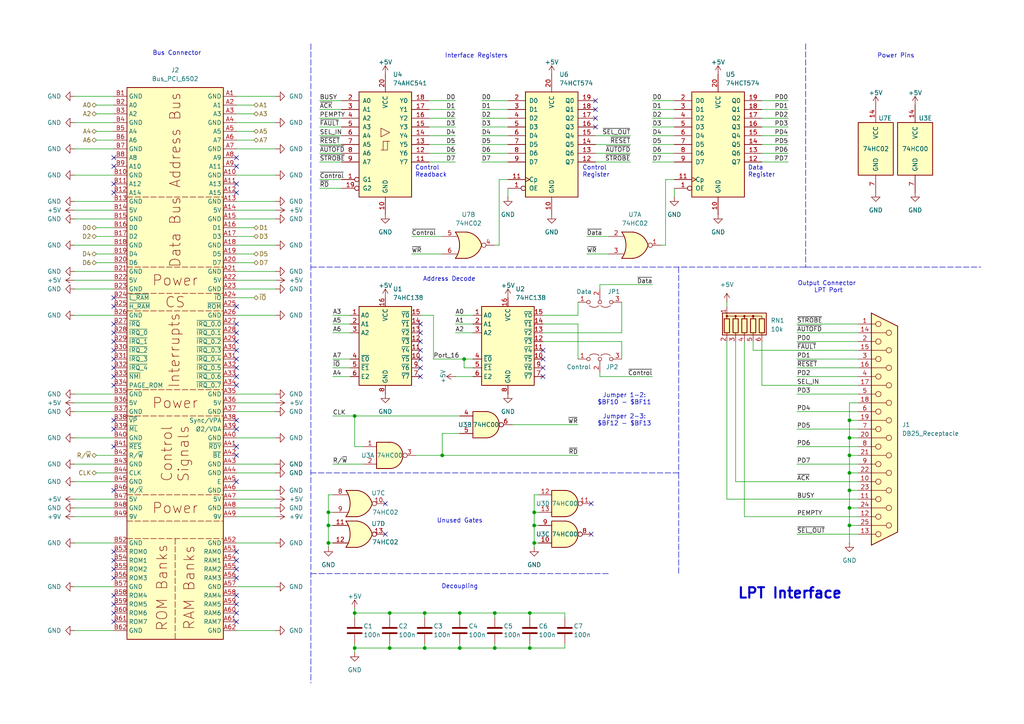
<source format=kicad_sch>
(kicad_sch (version 20231120) (generator "eeschema") (generator_version "8.0")
  (paper "A4")
  (title_block (title "S65xx Computer System") (date "2024-06-30") (rev "1.0") (company "Synthron"))
  (junction (at 123.19 177.8))
  (junction (at 246.38 152.4))
  (junction (at 123.19 187.96))
  (junction (at 153.67 177.8))
  (junction (at 102.87 120.65))
  (junction (at 95.25 148.59))
  (junction (at 143.51 187.96))
  (junction (at 113.03 187.96))
  (junction (at 153.67 187.96))
  (junction (at 102.87 177.8))
  (junction (at 246.38 121.92))
  (junction (at 154.94 152.4))
  (junction (at 154.94 157.48))
  (junction (at 246.38 137.16))
  (junction (at 246.38 132.08))
  (junction (at 113.03 177.8))
  (junction (at 128.27 132.08))
  (junction (at 246.38 142.24))
  (junction (at 134.62 104.14))
  (junction (at 133.35 177.8))
  (junction (at 246.38 127))
  (junction (at 246.38 147.32))
  (junction (at 154.94 148.59))
  (junction (at 143.51 177.8))
  (junction (at 102.87 187.96))
  (junction (at 133.35 187.96))
  (junction (at 95.25 157.48))
  (junction (at 95.25 152.4))
  (no_connect (at 68.58 93.98))
  (no_connect (at 33.02 101.6))
  (no_connect (at 33.02 129.54))
  (no_connect (at 33.02 86.36))
  (no_connect (at 68.58 48.26))
  (no_connect (at 33.02 96.52))
  (no_connect (at 68.58 175.26))
  (no_connect (at 33.02 93.98))
  (no_connect (at 172.72 29.21))
  (no_connect (at 68.58 132.08))
  (no_connect (at 68.58 160.02))
  (no_connect (at 33.02 162.56))
  (no_connect (at 111.76 146.05))
  (no_connect (at 68.58 167.64))
  (no_connect (at 68.58 109.22))
  (no_connect (at 171.45 154.94))
  (no_connect (at 68.58 55.88))
  (no_connect (at 157.48 104.14))
  (no_connect (at 68.58 162.56))
  (no_connect (at 172.72 34.29))
  (no_connect (at 68.58 101.6))
  (no_connect (at 171.45 146.05))
  (no_connect (at 33.02 53.34))
  (no_connect (at 172.72 31.75))
  (no_connect (at 33.02 48.26))
  (no_connect (at 172.72 36.83))
  (no_connect (at 33.02 111.76))
  (no_connect (at 33.02 165.1))
  (no_connect (at 68.58 165.1))
  (no_connect (at 68.58 124.46))
  (no_connect (at 157.48 101.6))
  (no_connect (at 33.02 106.68))
  (no_connect (at 68.58 45.72))
  (no_connect (at 33.02 99.06))
  (no_connect (at 33.02 88.9))
  (no_connect (at 68.58 177.8))
  (no_connect (at 121.92 99.06))
  (no_connect (at 33.02 177.8))
  (no_connect (at 121.92 101.6))
  (no_connect (at 33.02 121.92))
  (no_connect (at 33.02 180.34))
  (no_connect (at 68.58 139.7))
  (no_connect (at 33.02 109.22))
  (no_connect (at 68.58 106.68))
  (no_connect (at 68.58 88.9))
  (no_connect (at 68.58 53.34))
  (no_connect (at 33.02 142.24))
  (no_connect (at 68.58 180.34))
  (no_connect (at 68.58 129.54))
  (no_connect (at 121.92 104.14))
  (no_connect (at 157.48 109.22))
  (no_connect (at 68.58 104.14))
  (no_connect (at 33.02 55.88))
  (no_connect (at 111.76 154.94))
  (no_connect (at 121.92 96.52))
  (no_connect (at 121.92 93.98))
  (no_connect (at 68.58 111.76))
  (no_connect (at 33.02 124.46))
  (no_connect (at 33.02 172.72))
  (no_connect (at 68.58 121.92))
  (no_connect (at 33.02 175.26))
  (no_connect (at 121.92 109.22))
  (no_connect (at 33.02 45.72))
  (no_connect (at 33.02 104.14))
  (no_connect (at 68.58 172.72))
  (no_connect (at 33.02 167.64))
  (no_connect (at 33.02 160.02))
  (no_connect (at 121.92 106.68))
  (no_connect (at 68.58 96.52))
  (no_connect (at 68.58 99.06))
  (no_connect (at 157.48 106.68))
  (wire (pts (xy 231.14 106.68) (xy 248.92 106.68)))
  (wire (pts (xy 163.83 179.07) (xy 163.83 177.8)))
  (wire (pts (xy 154.94 152.4) (xy 154.94 148.59)))
  (wire (pts (xy 215.9 149.86) (xy 215.9 99.06)))
  (wire (pts (xy 189.23 34.29) (xy 195.58 34.29)))
  (wire (pts (xy 154.94 157.48) (xy 154.94 152.4)))
  (wire (pts (xy 21.59 60.96) (xy 33.02 60.96)))
  (wire (pts (xy 163.83 187.96) (xy 153.67 187.96)))
  (wire (pts (xy 73.66 76.2) (xy 68.58 76.2)))
  (wire (pts (xy 92.71 54.61) (xy 99.06 54.61)))
  (wire (pts (xy 189.23 36.83) (xy 195.58 36.83)))
  (wire (pts (xy 231.14 129.54) (xy 248.92 129.54)))
  (wire (pts (xy 246.38 142.24) (xy 246.38 147.32)))
  (wire (pts (xy 246.38 132.08) (xy 248.92 132.08)))
  (wire (pts (xy 80.01 157.48) (xy 68.58 157.48)))
  (wire (pts (xy 133.35 177.8) (xy 133.35 179.07)))
  (wire (pts (xy 102.87 129.54) (xy 102.87 120.65)))
  (wire (pts (xy 167.64 91.44) (xy 167.64 87.63)))
  (wire (pts (xy 80.01 71.12) (xy 68.58 71.12)))
  (wire (pts (xy 21.59 81.28) (xy 33.02 81.28)))
  (wire (pts (xy 95.25 148.59) (xy 95.25 143.51)))
  (wire (pts (xy 96.52 120.65) (xy 102.87 120.65)))
  (wire (pts (xy 125.73 91.44) (xy 125.73 104.14)))
  (wire (pts (xy 246.38 152.4) (xy 246.38 157.48)))
  (wire (pts (xy 170.18 73.66) (xy 176.53 73.66)))
  (wire (pts (xy 231.14 114.3) (xy 248.92 114.3)))
  (wire (pts (xy 21.59 78.74) (xy 33.02 78.74)))
  (wire (pts (xy 21.59 119.38) (xy 33.02 119.38)))
  (wire (pts (xy 92.71 52.07) (xy 99.06 52.07)))
  (wire (pts (xy 128.27 125.73) (xy 133.35 125.73)))
  (wire (pts (xy 189.23 41.91) (xy 195.58 41.91)))
  (wire (pts (xy 80.01 127) (xy 68.58 127)))
  (polyline (pts (xy 90.17 166.37) (xy 176.53 166.37)) (stroke (width 0) (type dash)))
  (wire (pts (xy 132.08 93.98) (xy 137.16 93.98)))
  (wire (pts (xy 170.18 68.58) (xy 176.53 68.58)))
  (wire (pts (xy 139.7 44.45) (xy 147.32 44.45)))
  (wire (pts (xy 248.92 116.84) (xy 246.38 116.84)))
  (wire (pts (xy 92.71 29.21) (xy 99.06 29.21)))
  (wire (pts (xy 80.01 43.18) (xy 68.58 43.18)))
  (wire (pts (xy 27.94 76.2) (xy 33.02 76.2)))
  (wire (pts (xy 246.38 137.16) (xy 246.38 142.24)))
  (polyline (pts (xy 233.68 12.7) (xy 233.68 77.47)) (stroke (width 0) (type dash)))
  (wire (pts (xy 228.6 39.37) (xy 220.98 39.37)))
  (wire (pts (xy 143.51 177.8) (xy 133.35 177.8)))
  (wire (pts (xy 95.25 152.4) (xy 95.25 148.59)))
  (wire (pts (xy 182.88 44.45) (xy 172.72 44.45)))
  (wire (pts (xy 163.83 177.8) (xy 153.67 177.8)))
  (wire (pts (xy 173.99 82.55) (xy 173.99 83.82)))
  (wire (pts (xy 144.78 71.12) (xy 144.78 52.07)))
  (wire (pts (xy 154.94 157.48) (xy 156.21 157.48)))
  (polyline (pts (xy 196.85 137.16) (xy 90.17 137.16)) (stroke (width 0) (type dash)))
  (wire (pts (xy 182.88 46.99) (xy 172.72 46.99)))
  (wire (pts (xy 80.01 149.86) (xy 68.58 149.86)))
  (wire (pts (xy 132.08 41.91) (xy 124.46 41.91)))
  (wire (pts (xy 27.94 30.48) (xy 33.02 30.48)))
  (wire (pts (xy 21.59 170.18) (xy 33.02 170.18)))
  (wire (pts (xy 21.59 127) (xy 33.02 127)))
  (wire (pts (xy 139.7 41.91) (xy 147.32 41.91)))
  (wire (pts (xy 180.34 99.06) (xy 180.34 104.14)))
  (wire (pts (xy 153.67 177.8) (xy 153.67 179.07)))
  (wire (pts (xy 113.03 177.8) (xy 102.87 177.8)))
  (wire (pts (xy 21.59 147.32) (xy 33.02 147.32)))
  (wire (pts (xy 133.35 187.96) (xy 123.19 187.96)))
  (wire (pts (xy 102.87 177.8) (xy 102.87 179.07)))
  (wire (pts (xy 139.7 31.75) (xy 147.32 31.75)))
  (wire (pts (xy 95.25 143.51) (xy 96.52 143.51)))
  (wire (pts (xy 21.59 157.48) (xy 33.02 157.48)))
  (wire (pts (xy 21.59 83.82) (xy 33.02 83.82)))
  (wire (pts (xy 96.52 106.68) (xy 101.6 106.68)))
  (wire (pts (xy 92.71 36.83) (xy 99.06 36.83)))
  (wire (pts (xy 231.14 119.38) (xy 248.92 119.38)))
  (wire (pts (xy 95.25 157.48) (xy 95.25 152.4)))
  (wire (pts (xy 133.35 177.8) (xy 123.19 177.8)))
  (wire (pts (xy 143.51 186.69) (xy 143.51 187.96)))
  (wire (pts (xy 246.38 121.92) (xy 246.38 127)))
  (wire (pts (xy 228.6 46.99) (xy 220.98 46.99)))
  (wire (pts (xy 80.01 91.44) (xy 68.58 91.44)))
  (wire (pts (xy 248.92 149.86) (xy 215.9 149.86)))
  (wire (pts (xy 96.52 96.52) (xy 101.6 96.52)))
  (wire (pts (xy 139.7 39.37) (xy 147.32 39.37)))
  (wire (pts (xy 102.87 187.96) (xy 102.87 189.23)))
  (wire (pts (xy 167.64 93.98) (xy 167.64 104.14)))
  (wire (pts (xy 21.59 63.5) (xy 33.02 63.5)))
  (wire (pts (xy 134.62 106.68) (xy 137.16 106.68)))
  (wire (pts (xy 154.94 148.59) (xy 154.94 143.51)))
  (wire (pts (xy 157.48 91.44) (xy 167.64 91.44)))
  (wire (pts (xy 228.6 44.45) (xy 220.98 44.45)))
  (wire (pts (xy 123.19 177.8) (xy 123.19 179.07)))
  (wire (pts (xy 189.23 29.21) (xy 195.58 29.21)))
  (wire (pts (xy 228.6 29.21) (xy 220.98 29.21)))
  (wire (pts (xy 210.82 144.78) (xy 248.92 144.78)))
  (wire (pts (xy 213.36 139.7) (xy 248.92 139.7)))
  (wire (pts (xy 21.59 35.56) (xy 33.02 35.56)))
  (wire (pts (xy 21.59 58.42) (xy 33.02 58.42)))
  (wire (pts (xy 132.08 109.22) (xy 137.16 109.22)))
  (wire (pts (xy 80.01 27.94) (xy 68.58 27.94)))
  (wire (pts (xy 96.52 104.14) (xy 101.6 104.14)))
  (polyline (pts (xy 233.68 77.47) (xy 284.48 77.47)) (stroke (width 0) (type dash)))
  (wire (pts (xy 246.38 121.92) (xy 248.92 121.92)))
  (wire (pts (xy 96.52 93.98) (xy 101.6 93.98)))
  (wire (pts (xy 173.99 109.22) (xy 173.99 107.95)))
  (wire (pts (xy 153.67 186.69) (xy 153.67 187.96)))
  (wire (pts (xy 80.01 60.96) (xy 68.58 60.96)))
  (wire (pts (xy 73.66 30.48) (xy 68.58 30.48)))
  (wire (pts (xy 132.08 31.75) (xy 124.46 31.75)))
  (wire (pts (xy 125.73 104.14) (xy 134.62 104.14)))
  (wire (pts (xy 189.23 82.55) (xy 173.99 82.55)))
  (wire (pts (xy 95.25 158.75) (xy 95.25 157.48)))
  (wire (pts (xy 153.67 177.8) (xy 143.51 177.8)))
  (wire (pts (xy 96.52 109.22) (xy 101.6 109.22)))
  (wire (pts (xy 80.01 182.88) (xy 68.58 182.88)))
  (wire (pts (xy 182.88 39.37) (xy 172.72 39.37)))
  (wire (pts (xy 132.08 39.37) (xy 124.46 39.37)))
  (wire (pts (xy 80.01 137.16) (xy 68.58 137.16)))
  (wire (pts (xy 193.04 52.07) (xy 195.58 52.07)))
  (polyline (pts (xy 196.85 77.47) (xy 196.85 137.16)) (stroke (width 0) (type dash)))
  (wire (pts (xy 73.66 40.64) (xy 68.58 40.64)))
  (wire (pts (xy 113.03 177.8) (xy 113.03 179.07)))
  (wire (pts (xy 139.7 29.21) (xy 147.32 29.21)))
  (polyline (pts (xy 196.85 137.16) (xy 196.85 166.37)) (stroke (width 0) (type dash)))
  (wire (pts (xy 132.08 91.44) (xy 137.16 91.44)))
  (wire (pts (xy 154.94 158.75) (xy 154.94 157.48)))
  (wire (pts (xy 95.25 148.59) (xy 96.52 148.59)))
  (wire (pts (xy 218.44 101.6) (xy 218.44 99.06)))
  (wire (pts (xy 144.78 52.07) (xy 147.32 52.07)))
  (wire (pts (xy 228.6 36.83) (xy 220.98 36.83)))
  (wire (pts (xy 139.7 34.29) (xy 147.32 34.29)))
  (wire (pts (xy 92.71 34.29) (xy 99.06 34.29)))
  (wire (pts (xy 73.66 86.36) (xy 68.58 86.36)))
  (wire (pts (xy 153.67 187.96) (xy 143.51 187.96)))
  (wire (pts (xy 120.65 132.08) (xy 128.27 132.08)))
  (wire (pts (xy 189.23 31.75) (xy 195.58 31.75)))
  (wire (pts (xy 154.94 143.51) (xy 156.21 143.51)))
  (wire (pts (xy 102.87 176.53) (xy 102.87 177.8)))
  (wire (pts (xy 80.01 50.8) (xy 68.58 50.8)))
  (wire (pts (xy 180.34 96.52) (xy 180.34 87.63)))
  (wire (pts (xy 73.66 38.1) (xy 68.58 38.1)))
  (wire (pts (xy 132.08 29.21) (xy 124.46 29.21)))
  (wire (pts (xy 96.52 134.62) (xy 105.41 134.62)))
  (wire (pts (xy 246.38 116.84) (xy 246.38 121.92)))
  (wire (pts (xy 27.94 68.58) (xy 33.02 68.58)))
  (wire (pts (xy 246.38 127) (xy 248.92 127)))
  (wire (pts (xy 148.59 123.19) (xy 167.64 123.19)))
  (wire (pts (xy 231.14 154.94) (xy 248.92 154.94)))
  (wire (pts (xy 210.82 144.78) (xy 210.82 99.06)))
  (wire (pts (xy 27.94 33.02) (xy 33.02 33.02)))
  (wire (pts (xy 95.25 152.4) (xy 96.52 152.4)))
  (wire (pts (xy 80.01 134.62) (xy 68.58 134.62)))
  (wire (pts (xy 102.87 120.65) (xy 133.35 120.65)))
  (wire (pts (xy 102.87 186.69) (xy 102.87 187.96)))
  (wire (pts (xy 128.27 132.08) (xy 167.64 132.08)))
  (wire (pts (xy 231.14 109.22) (xy 248.92 109.22)))
  (wire (pts (xy 143.51 177.8) (xy 143.51 179.07)))
  (wire (pts (xy 80.01 58.42) (xy 68.58 58.42)))
  (wire (pts (xy 73.66 33.02) (xy 68.58 33.02)))
  (wire (pts (xy 147.32 54.61) (xy 147.32 57.15)))
  (wire (pts (xy 193.04 71.12) (xy 193.04 52.07)))
  (wire (pts (xy 248.92 137.16) (xy 246.38 137.16)))
  (wire (pts (xy 21.59 91.44) (xy 33.02 91.44)))
  (wire (pts (xy 246.38 152.4) (xy 248.92 152.4)))
  (wire (pts (xy 213.36 139.7) (xy 213.36 99.06)))
  (wire (pts (xy 189.23 109.22) (xy 173.99 109.22)))
  (wire (pts (xy 21.59 182.88) (xy 33.02 182.88)))
  (wire (pts (xy 231.14 104.14) (xy 248.92 104.14)))
  (wire (pts (xy 228.6 31.75) (xy 220.98 31.75)))
  (wire (pts (xy 80.01 78.74) (xy 68.58 78.74)))
  (wire (pts (xy 80.01 144.78) (xy 68.58 144.78)))
  (wire (pts (xy 92.71 46.99) (xy 99.06 46.99)))
  (polyline (pts (xy 90.17 77.47) (xy 233.68 77.47)) (stroke (width 0) (type dash)))
  (wire (pts (xy 248.92 101.6) (xy 218.44 101.6)))
  (wire (pts (xy 228.6 41.91) (xy 220.98 41.91)))
  (wire (pts (xy 228.6 34.29) (xy 220.98 34.29)))
  (wire (pts (xy 139.7 46.99) (xy 147.32 46.99)))
  (wire (pts (xy 105.41 129.54) (xy 102.87 129.54)))
  (wire (pts (xy 113.03 186.69) (xy 113.03 187.96)))
  (wire (pts (xy 119.38 73.66) (xy 128.27 73.66)))
  (wire (pts (xy 246.38 147.32) (xy 248.92 147.32)))
  (wire (pts (xy 21.59 134.62) (xy 33.02 134.62)))
  (wire (pts (xy 231.14 99.06) (xy 248.92 99.06)))
  (wire (pts (xy 157.48 93.98) (xy 167.64 93.98)))
  (wire (pts (xy 73.66 73.66) (xy 68.58 73.66)))
  (wire (pts (xy 21.59 116.84) (xy 33.02 116.84)))
  (wire (pts (xy 248.92 111.76) (xy 220.98 111.76)))
  (wire (pts (xy 132.08 44.45) (xy 124.46 44.45)))
  (wire (pts (xy 96.52 91.44) (xy 101.6 91.44)))
  (wire (pts (xy 210.82 87.63) (xy 210.82 88.9)))
  (wire (pts (xy 73.66 68.58) (xy 68.58 68.58)))
  (wire (pts (xy 21.59 144.78) (xy 33.02 144.78)))
  (wire (pts (xy 113.03 187.96) (xy 102.87 187.96)))
  (wire (pts (xy 92.71 39.37) (xy 99.06 39.37)))
  (wire (pts (xy 157.48 99.06) (xy 180.34 99.06)))
  (wire (pts (xy 27.94 40.64) (xy 33.02 40.64)))
  (wire (pts (xy 80.01 35.56) (xy 68.58 35.56)))
  (wire (pts (xy 21.59 43.18) (xy 33.02 43.18)))
  (wire (pts (xy 80.01 142.24) (xy 68.58 142.24)))
  (wire (pts (xy 246.38 132.08) (xy 246.38 137.16)))
  (wire (pts (xy 231.14 96.52) (xy 248.92 96.52)))
  (wire (pts (xy 189.23 39.37) (xy 195.58 39.37)))
  (wire (pts (xy 154.94 148.59) (xy 156.21 148.59)))
  (wire (pts (xy 21.59 27.94) (xy 33.02 27.94)))
  (wire (pts (xy 182.88 41.91) (xy 172.72 41.91)))
  (wire (pts (xy 21.59 71.12) (xy 33.02 71.12)))
  (wire (pts (xy 123.19 187.96) (xy 113.03 187.96)))
  (wire (pts (xy 128.27 132.08) (xy 128.27 125.73)))
  (wire (pts (xy 80.01 83.82) (xy 68.58 83.82)))
  (wire (pts (xy 143.51 187.96) (xy 133.35 187.96)))
  (wire (pts (xy 220.98 111.76) (xy 220.98 99.06)))
  (wire (pts (xy 143.51 71.12) (xy 144.78 71.12)))
  (wire (pts (xy 154.94 152.4) (xy 156.21 152.4)))
  (polyline (pts (xy 90.17 12.7) (xy 90.17 198.12)) (stroke (width 0) (type dash)))
  (wire (pts (xy 27.94 132.08) (xy 33.02 132.08)))
  (wire (pts (xy 231.14 93.98) (xy 248.92 93.98)))
  (wire (pts (xy 132.08 36.83) (xy 124.46 36.83)))
  (wire (pts (xy 27.94 137.16) (xy 33.02 137.16)))
  (wire (pts (xy 21.59 139.7) (xy 33.02 139.7)))
  (wire (pts (xy 132.08 34.29) (xy 124.46 34.29)))
  (wire (pts (xy 123.19 177.8) (xy 113.03 177.8)))
  (wire (pts (xy 121.92 91.44) (xy 125.73 91.44)))
  (wire (pts (xy 80.01 147.32) (xy 68.58 147.32)))
  (wire (pts (xy 95.25 157.48) (xy 96.52 157.48)))
  (wire (pts (xy 246.38 127) (xy 246.38 132.08)))
  (wire (pts (xy 27.94 38.1) (xy 33.02 38.1)))
  (wire (pts (xy 246.38 142.24) (xy 248.92 142.24)))
  (wire (pts (xy 231.14 134.62) (xy 248.92 134.62)))
  (wire (pts (xy 27.94 66.04) (xy 33.02 66.04)))
  (wire (pts (xy 21.59 50.8) (xy 33.02 50.8)))
  (wire (pts (xy 191.77 71.12) (xy 193.04 71.12)))
  (wire (pts (xy 119.38 68.58) (xy 128.27 68.58)))
  (wire (pts (xy 163.83 186.69) (xy 163.83 187.96)))
  (wire (pts (xy 133.35 186.69) (xy 133.35 187.96)))
  (wire (pts (xy 21.59 149.86) (xy 33.02 149.86)))
  (wire (pts (xy 189.23 46.99) (xy 195.58 46.99)))
  (wire (pts (xy 80.01 114.3) (xy 68.58 114.3)))
  (wire (pts (xy 139.7 36.83) (xy 147.32 36.83)))
  (wire (pts (xy 157.48 96.52) (xy 180.34 96.52)))
  (wire (pts (xy 92.71 44.45) (xy 99.06 44.45)))
  (wire (pts (xy 80.01 116.84) (xy 68.58 116.84)))
  (wire (pts (xy 80.01 63.5) (xy 68.58 63.5)))
  (wire (pts (xy 73.66 66.04) (xy 68.58 66.04)))
  (wire (pts (xy 137.16 104.14) (xy 134.62 104.14)))
  (wire (pts (xy 123.19 186.69) (xy 123.19 187.96)))
  (wire (pts (xy 132.08 46.99) (xy 124.46 46.99)))
  (wire (pts (xy 92.71 41.91) (xy 99.06 41.91)))
  (wire (pts (xy 92.71 31.75) (xy 99.06 31.75)))
  (wire (pts (xy 132.08 96.52) (xy 137.16 96.52)))
  (wire (pts (xy 246.38 147.32) (xy 246.38 152.4)))
  (wire (pts (xy 195.58 54.61) (xy 195.58 57.15)))
  (wire (pts (xy 80.01 81.28) (xy 68.58 81.28)))
  (wire (pts (xy 27.94 73.66) (xy 33.02 73.66)))
  (wire (pts (xy 80.01 119.38) (xy 68.58 119.38)))
  (wire (pts (xy 21.59 114.3) (xy 33.02 114.3)))
  (wire (pts (xy 189.23 44.45) (xy 195.58 44.45)))
  (wire (pts (xy 231.14 124.46) (xy 248.92 124.46)))
  (wire (pts (xy 80.01 170.18) (xy 68.58 170.18)))
  (wire (pts (xy 134.62 104.14) (xy 134.62 106.68)))
  (text "Interface Registers" (at 138.176 16.256 0) (effects (font (size 1.27 1.27))))
  (text "Decoupling" (at 133.35 170.18 0) (effects (font (size 1.27 1.27))))
  (text "Jumper 1-2:\n$BF10 - $BF11\n\nJumper 2-3:\n$BF12 - $BF13" (at 181.102 118.872 0) (effects (font (size 1.27 1.27))))
  (text "Output Connector \nLPT Port" (at 240.284 83.312 0) (effects (font (size 1.27 1.27))))
  (text "Power Pins" (at 259.842 16.256 0) (effects (font (size 1.27 1.27))))
  (text "Address Decode" (at 130.302 81.026 0) (effects (font (size 1.27 1.27))))
  (text "Control \nRegister" (at 168.91 49.784 0) (effects (font (size 1.27 1.27)) (justify left)))
  (text "Bus Connector" (at 51.308 15.494 0) (effects (font (size 1.27 1.27))))
  (text "Unused Gates" (at 133.35 151.13 0) (effects (font (size 1.27 1.27))))
  (text "Control \nReadback" (at 120.396 49.784 0) (effects (font (size 1.27 1.27)) (justify left)))
  (text "Data \nRegister" (at 216.916 49.784 0) (effects (font (size 1.27 1.27)) (justify left)))
  (text "LPT Interface" (at 229.108 172.212 0) (effects (font (size 3 3) (thickness 0.6) (bold yes))))
  (label "D1" (at 189.23 31.75 0))
  (label "~{STROBE}" (at 182.88 46.99 180))
  (label "PD2" (at 231.14 109.22 0))
  (label "~{WR}" (at 119.38 73.66 0))
  (label "~{Control}" (at 119.38 68.58 0))
  (label "~{Data}" (at 189.23 82.55 180))
  (label "PD1" (at 231.14 104.14 0))
  (label "A7" (at 96.52 104.14 0))
  (label "D5" (at 132.08 41.91 180))
  (label "D7" (at 189.23 46.99 0))
  (label "PD3" (at 231.14 114.3 0))
  (label "PD3" (at 228.6 36.83 180))
  (label "D4" (at 132.08 39.37 180))
  (label "~{AUTOFD}" (at 92.71 44.45 0))
  (label "PD0" (at 228.6 29.21 180))
  (label "~{ACK}" (at 92.71 31.75 0))
  (label "D6" (at 189.23 44.45 0))
  (label "D6" (at 132.08 44.45 180))
  (label "D5" (at 189.23 41.91 0))
  (label "PD1" (at 228.6 31.75 180))
  (label "PD7" (at 228.6 46.99 180))
  (label "~{ACK}" (at 231.14 139.7 0))
  (label "PD4" (at 231.14 119.38 0))
  (label "D0" (at 189.23 29.21 0))
  (label "D3" (at 139.7 36.83 0))
  (label "D0" (at 132.08 29.21 180))
  (label "PD5" (at 228.6 41.91 180))
  (label "PD4" (at 228.6 39.37 180))
  (label "D7" (at 132.08 46.99 180))
  (label "A2" (at 132.08 96.52 0))
  (label "PD6" (at 231.14 129.54 0))
  (label "~{SEL_OUT}" (at 231.14 154.94 0))
  (label "D1" (at 139.7 31.75 0))
  (label "D2" (at 132.08 34.29 180))
  (label "D5" (at 139.7 41.91 0))
  (label "~{Control}" (at 189.23 109.22 180))
  (label "R{slash}~{W}" (at 96.52 134.62 0))
  (label "~{RESET}" (at 231.14 106.68 0))
  (label "PD2" (at 228.6 34.29 180))
  (label "PD5" (at 231.14 124.46 0))
  (label "D0" (at 139.7 29.21 0))
  (label "D7" (at 139.7 46.99 0))
  (label "D1" (at 132.08 31.75 180))
  (label "A3" (at 96.52 91.44 0))
  (label "A1" (at 132.08 93.98 0))
  (label "BUSY" (at 92.71 29.21 0))
  (label "~{FAULT}" (at 92.71 36.83 0))
  (label "~{WR}" (at 170.18 73.66 0))
  (label "~{FAULT}" (at 231.14 101.6 0))
  (label "A6" (at 96.52 96.52 0))
  (label "~{AUTOFD}" (at 182.88 44.45 180))
  (label "D2" (at 189.23 34.29 0))
  (label "~{RD}" (at 167.64 132.08 180))
  (label "~{STROBE}" (at 231.14 93.98 0))
  (label "D3" (at 189.23 36.83 0))
  (label "PD6" (at 228.6 44.45 180))
  (label "~{RESET}" (at 182.88 41.91 180))
  (label "~{RESET}" (at 92.71 41.91 0))
  (label "A0" (at 132.08 91.44 0))
  (label "~{SEL_OUT}" (at 182.88 39.37 180))
  (label "Port_16" (at 125.73 104.14 0))
  (label "CLK" (at 96.52 120.65 0))
  (label "D6" (at 139.7 44.45 0))
  (label "A4" (at 96.52 109.22 0))
  (label "~{STROBE}" (at 92.71 46.99 0))
  (label "BUSY" (at 231.14 144.78 0))
  (label "PD7" (at 231.14 134.62 0))
  (label "SEL_IN" (at 92.71 39.37 0))
  (label "~{AUTOFD}" (at 231.14 96.52 0))
  (label "D4" (at 139.7 39.37 0))
  (label "~{Data}" (at 170.18 68.58 0))
  (label "~{WR}" (at 167.64 123.19 180))
  (label "D4" (at 189.23 39.37 0))
  (label "PD0" (at 231.14 99.06 0))
  (label "~{IO}" (at 96.52 106.68 0))
  (label "~{RD}" (at 92.71 54.61 0))
  (label "D2" (at 139.7 34.29 0))
  (label "SEL_IN" (at 231.14 111.76 0))
  (label "D3" (at 132.08 36.83 180))
  (label "A5" (at 96.52 93.98 0))
  (label "~{Control}" (at 92.71 52.07 0))
  (label "PEMPTY" (at 92.71 34.29 0))
  (label "PEMPTY" (at 231.14 149.86 0))
  (hierarchical_label "D7" (shape bidirectional) (at 73.66 76.2 0))
  (hierarchical_label "R{slash}~{W}" (shape bidirectional) (at 27.94 132.08 180))
  (hierarchical_label "D4" (shape bidirectional) (at 27.94 73.66 180))
  (hierarchical_label "~{IO}" (shape bidirectional) (at 73.66 86.36 0))
  (hierarchical_label "A6" (shape bidirectional) (at 27.94 40.64 180))
  (hierarchical_label "D0" (shape bidirectional) (at 27.94 66.04 180))
  (hierarchical_label "D1" (shape bidirectional) (at 73.66 66.04 0))
  (hierarchical_label "D3" (shape bidirectional) (at 73.66 68.58 0))
  (hierarchical_label "D6" (shape bidirectional) (at 27.94 76.2 180))
  (hierarchical_label "CLK" (shape bidirectional) (at 27.94 137.16 180))
  (hierarchical_label "A7" (shape bidirectional) (at 73.66 40.64 0))
  (hierarchical_label "D5" (shape bidirectional) (at 73.66 73.66 0))
  (hierarchical_label "A0" (shape bidirectional) (at 27.94 30.48 180))
  (hierarchical_label "A4" (shape bidirectional) (at 27.94 38.1 180))
  (hierarchical_label "A3" (shape bidirectional) (at 73.66 33.02 0))
  (hierarchical_label "A1" (shape bidirectional) (at 73.66 30.48 0))
  (hierarchical_label "A2" (shape bidirectional) (at 27.94 33.02 180))
  (hierarchical_label "D2" (shape bidirectional) (at 27.94 68.58 180))
  (hierarchical_label "A5" (shape bidirectional) (at 73.66 38.1 0))
  (symbol (lib_id "Device:C") (at 133.35 182.88 0) (unit 1)
    (property "Reference" "C4" (at 135.89 181.61 0) (effects (justify left)))
    (property "Value" "100n" (at 135.89 184.15 0) (effects (justify left)))
    (property "Footprint" "Capacitor_SMD:C_0805_2012Metric" (effects (hide yes)))
    (property "Description" "Unpolarized capacitor" (effects (hide yes)))
  )
  (symbol (lib_id "power:GND") (at 21.59 157.48 270) (unit 1)
    (property "Reference" "#PWR061" (effects (hide yes)))
    (property "Value" "GND" (at 17.78 157.4799 90) (effects (justify right)))
    (property "Description" "Power symbol creates a global label with name \"GND\" , ground" (effects (hide yes)))
  )
  (symbol (lib_id "power:+5V") (at 80.01 60.96 270) (mirror x) (unit 1)
    (property "Reference" "#PWR018" (effects (hide yes)))
    (property "Value" "+5V" (at 83.82 60.9599 90) (effects (justify left)))
    (property "Description" "Power symbol creates a global label with name \"+5V\"" (effects (hide yes)))
  )
  (symbol (lib_id "power:GND") (at 21.59 91.44 270) (unit 1)
    (property "Reference" "#PWR031" (effects (hide yes)))
    (property "Value" "GND" (at 17.78 91.4399 90) (effects (justify right)))
    (property "Description" "Power symbol creates a global label with name \"GND\" , ground" (effects (hide yes)))
  )
  (symbol (lib_id "power:GND") (at 80.01 35.56 90) (mirror x) (unit 1)
    (property "Reference" "#PWR07" (effects (hide yes)))
    (property "Value" "GND" (at 83.82 35.5599 90) (effects (justify right)))
    (property "Description" "Power symbol creates a global label with name \"GND\" , ground" (effects (hide yes)))
  )
  (symbol (lib_id "Device:C") (at 102.87 182.88 0) (unit 1)
    (property "Reference" "C1" (at 105.41 181.61 0) (effects (justify left)))
    (property "Value" "100n" (at 105.41 184.15 0) (effects (justify left)))
    (property "Footprint" "Capacitor_SMD:C_0805_2012Metric" (effects (hide yes)))
    (property "Description" "Unpolarized capacitor" (effects (hide yes)))
  )
  (symbol (lib_id "power:GND") (at 102.87 189.23 0) (mirror y) (unit 1)
    (property "Reference" "#PWR033" (effects (hide yes)))
    (property "Value" "GND" (at 102.87 194.31 0))
    (property "Description" "Power symbol creates a global label with name \"GND\" , ground" (effects (hide yes)))
  )
  (symbol (lib_id "Device:C") (at 163.83 182.88 0) (unit 1)
    (property "Reference" "C7" (at 166.37 181.61 0) (effects (justify left)))
    (property "Value" "100n" (at 166.37 184.15 0) (effects (justify left)))
    (property "Footprint" "Capacitor_SMD:C_0805_2012Metric" (effects (hide yes)))
    (property "Description" "Unpolarized capacitor" (effects (hide yes)))
  )
  (symbol (lib_id "power:GND") (at 21.59 119.38 270) (unit 1)
    (property "Reference" "#PWR041" (effects (hide yes)))
    (property "Value" "GND" (at 17.78 119.3799 90) (effects (justify right)))
    (property "Description" "Power symbol creates a global label with name \"GND\" , ground" (effects (hide yes)))
  )
  (symbol (lib_id "power:GND") (at 80.01 182.88 90) (unit 1)
    (property "Reference" "#PWR068" (effects (hide yes)))
    (property "Value" "GND" (at 83.82 182.8801 90) (effects (justify right)))
    (property "Description" "Power symbol creates a global label with name \"GND\" , ground" (effects (hide yes)))
  )
  (symbol (lib_id "power:GND") (at 80.01 114.3 90) (mirror x) (unit 1)
    (property "Reference" "#PWR038" (effects (hide yes)))
    (property "Value" "GND" (at 83.82 114.2999 90) (effects (justify right)))
    (property "Description" "Power symbol creates a global label with name \"GND\" , ground" (effects (hide yes)))
  )
  (symbol (lib_id "power:GND") (at 21.59 58.42 270) (unit 1)
    (property "Reference" "#PWR015" (effects (hide yes)))
    (property "Value" "GND" (at 17.78 58.4199 90) (effects (justify right)))
    (property "Description" "Power symbol creates a global label with name \"GND\" , ground" (effects (hide yes)))
  )
  (symbol (lib_id "power:GND") (at 246.38 157.48 0) (unit 1)
    (property "Reference" "#PWR030" (effects (hide yes)))
    (property "Value" "GND" (at 246.38 162.56 0))
    (property "Description" "Power symbol creates a global label with name \"GND\" , ground" (effects (hide yes)))
  )
  (symbol (lib_id "74xx:74HC00") (at 113.03 132.08 0) (unit 1)
    (property "Reference" "U3" (at 106.68 132.08 0))
    (property "Value" "74HC00" (at 113.03 132.08 0))
    (property "Footprint" "Package_DIP:DIP-14_W7.62mm" (effects (hide yes)))
    (property "Datasheet" "http://www.ti.com/lit/gpn/sn74hc00" (effects (hide yes)))
    (property "Description" "quad 2-input NAND gate" (effects (hide yes)))
  )
  (symbol (lib_id "power:+5V") (at 80.01 116.84 270) (mirror x) (unit 1)
    (property "Reference" "#PWR040" (effects (hide yes)))
    (property "Value" "+5V" (at 83.82 116.8399 90) (effects (justify left)))
    (property "Description" "Power symbol creates a global label with name \"+5V\"" (effects (hide yes)))
  )
  (symbol (lib_id "74xx:74HC02") (at 184.15 71.12 0) (unit 1)
    (property "Reference" "U7" (at 184.15 62.23 0))
    (property "Value" "74HC02" (at 184.15 64.77 0))
    (property "Footprint" "Package_DIP:DIP-14_W7.62mm" (effects (hide yes)))
    (property "Datasheet" "http://www.ti.com/lit/gpn/sn74hc02" (effects (hide yes)))
    (property "Description" "quad 2-input NOR gate" (effects (hide yes)))
  )
  (symbol (lib_id "power:GND") (at 80.01 78.74 90) (mirror x) (unit 1)
    (property "Reference" "#PWR024" (effects (hide yes)))
    (property "Value" "GND" (at 83.82 78.7399 90) (effects (justify right)))
    (property "Description" "Power symbol creates a global label with name \"GND\" , ground" (effects (hide yes)))
  )
  (symbol (lib_id "power:GND") (at 80.01 43.18 90) (mirror x) (unit 1)
    (property "Reference" "#PWR010" (effects (hide yes)))
    (property "Value" "GND" (at 83.82 43.1799 90) (effects (justify right)))
    (property "Description" "Power symbol creates a global label with name \"GND\" , ground" (effects (hide yes)))
  )
  (symbol (lib_id "74xx:74AHC541") (at 111.76 41.91 0) (unit 1)
    (property "Reference" "U4" (at 113.9541 21.59 0) (effects (justify left)))
    (property "Value" "74AHC541" (at 113.9541 24.13 0) (effects (justify left)))
    (property "Footprint" "Package_DIP:DIP-20_W7.62mm" (effects (hide yes)))
    (property "Datasheet" "https://www.ti.com/lit/ds/symlink/sn74ahc541.pdf" (effects (hide yes)))
    (property "Description" "8-bit Buffer/Line Driver 3-state outputs" (effects (hide yes)))
  )
  (symbol (lib_id "power:GND") (at 80.01 170.18 90) (unit 1)
    (property "Reference" "#PWR066" (effects (hide yes)))
    (property "Value" "GND" (at 83.82 170.1801 90) (effects (justify right)))
    (property "Description" "Power symbol creates a global label with name \"GND\" , ground" (effects (hide yes)))
  )
  (symbol (lib_id "power:GND") (at 21.59 134.62 270) (unit 1)
    (property "Reference" "#PWR045" (effects (hide yes)))
    (property "Value" "GND" (at 17.78 134.6199 90) (effects (justify right)))
    (property "Description" "Power symbol creates a global label with name \"GND\" , ground" (effects (hide yes)))
  )
  (symbol (lib_id "power:GND") (at 80.01 127 90) (mirror x) (unit 1)
    (property "Reference" "#PWR044" (effects (hide yes)))
    (property "Value" "GND" (at 83.82 126.9999 90) (effects (justify right)))
    (property "Description" "Power symbol creates a global label with name \"GND\" , ground" (effects (hide yes)))
  )
  (symbol (lib_id "74xx:74HC02") (at 135.89 71.12 0) (unit 2)
    (property "Reference" "U7" (at 135.89 62.23 0))
    (property "Value" "74HC02" (at 135.89 64.77 0))
    (property "Footprint" "Package_DIP:DIP-14_W7.62mm" (effects (hide yes)))
    (property "Datasheet" "http://www.ti.com/lit/gpn/sn74hc02" (effects (hide yes)))
    (property "Description" "quad 2-input NOR gate" (effects (hide yes)))
  )
  (symbol (lib_id "power:+5V") (at 80.01 144.78 270) (mirror x) (unit 1)
    (property "Reference" "#PWR056" (effects (hide yes)))
    (property "Value" "+5V" (at 83.82 144.7799 90) (effects (justify left)))
    (property "Description" "Power symbol creates a global label with name \"+5V\"" (effects (hide yes)))
  )
  (symbol (lib_id "6502:Bus_PCI_6502") (at 50.8 104.14 0) (unit 1)
    (property "Reference" "J2" (at 50.8 20.32 0))
    (property "Value" "Bus_PCI_6502" (at 50.8 22.86 0))
    (property "Footprint" "Connector_PCBEdge:BUS_PCI" (effects (hide yes)))
    (property "Datasheet" "http://pinouts.ru/Slots/PCI_pinout.shtml" (effects (hide yes)))
    (property "Description" "PCI bus connector for 5V cards" (effects (hide yes)))
  )
  (symbol (lib_id "power:+5V") (at 147.32 86.36 0) (mirror y) (unit 1)
    (property "Reference" "#PWR02" (effects (hide yes)))
    (property "Value" "+5V" (at 147.32 82.804 0))
    (property "Description" "Power symbol creates a global label with name \"+5V\"" (effects (hide yes)))
  )
  (symbol (lib_id "power:GND") (at 95.25 158.75 0) (mirror y) (unit 1)
    (property "Reference" "#PWR069" (effects (hide yes)))
    (property "Value" "GND" (at 95.25 163.83 0))
    (property "Description" "Power symbol creates a global label with name \"GND\" , ground" (effects (hide yes)))
  )
  (symbol (lib_id "Device:C") (at 123.19 182.88 0) (unit 1)
    (property "Reference" "C3" (at 125.73 181.61 0) (effects (justify left)))
    (property "Value" "100n" (at 125.73 184.15 0) (effects (justify left)))
    (property "Footprint" "Capacitor_SMD:C_0805_2012Metric" (effects (hide yes)))
    (property "Description" "Unpolarized capacitor" (effects (hide yes)))
  )
  (symbol (lib_id "Connector:DB25_Receptacle") (at 256.54 124.46 0) (unit 1)
    (property "Reference" "J1" (at 261.62 123.1899 0) (effects (justify left)))
    (property "Value" "DB25_Receptacle" (at 261.62 125.7299 0) (effects (justify left)))
    (property "Footprint" "Connector_Dsub:DSUB-25_Female_EdgeMount_P2.77mm" (effects (hide yes)))
    (property "Datasheet" " ~" (effects (hide yes)))
    (property "Description" "25-pin female receptacle socket D-SUB connector" (effects (hide yes)))
  )
  (symbol (lib_id "power:GND") (at 80.01 119.38 90) (mirror x) (unit 1)
    (property "Reference" "#PWR042" (effects (hide yes)))
    (property "Value" "GND" (at 83.82 119.3799 90) (effects (justify right)))
    (property "Description" "Power symbol creates a global label with name \"GND\" , ground" (effects (hide yes)))
  )
  (symbol (lib_id "power:GND") (at 80.01 147.32 90) (mirror x) (unit 1)
    (property "Reference" "#PWR058" (effects (hide yes)))
    (property "Value" "GND" (at 83.82 147.3199 90) (effects (justify right)))
    (property "Description" "Power symbol creates a global label with name \"GND\" , ground" (effects (hide yes)))
  )
  (symbol (lib_id "power:+5V") (at 210.82 87.63 0) (unit 1)
    (property "Reference" "#PWR03" (effects (hide yes)))
    (property "Value" "+5V" (at 210.82 82.55 0))
    (property "Description" "Power symbol creates a global label with name \"+5V\"" (effects (hide yes)))
  )
  (symbol (lib_id "power:GND") (at 80.01 91.44 90) (mirror x) (unit 1)
    (property "Reference" "#PWR032" (effects (hide yes)))
    (property "Value" "GND" (at 83.82 91.4399 90) (effects (justify right)))
    (property "Description" "Power symbol creates a global label with name \"GND\" , ground" (effects (hide yes)))
  )
  (symbol (lib_id "power:GND") (at 80.01 27.94 90) (mirror x) (unit 1)
    (property "Reference" "#PWR05" (effects (hide yes)))
    (property "Value" "GND" (at 83.82 27.9399 90) (effects (justify right)))
    (property "Description" "Power symbol creates a global label with name \"GND\" , ground" (effects (hide yes)))
  )
  (symbol (lib_id "power:GND") (at 21.59 35.56 270) (unit 1)
    (property "Reference" "#PWR06" (effects (hide yes)))
    (property "Value" "GND" (at 17.78 35.5599 90) (effects (justify right)))
    (property "Description" "Power symbol creates a global label with name \"GND\" , ground" (effects (hide yes)))
  )
  (symbol (lib_id "power:+5V") (at 265.43 30.48 0) (mirror y) (unit 1)
    (property "Reference" "#PWR064" (effects (hide yes)))
    (property "Value" "+5V" (at 265.43 26.924 0))
    (property "Description" "Power symbol creates a global label with name \"+5V\"" (effects (hide yes)))
  )
  (symbol (lib_id "74xx:74HCT574") (at 208.28 41.91 0) (unit 1)
    (property "Reference" "U5" (at 210.4741 21.59 0) (effects (justify left)))
    (property "Value" "74HCT574" (at 210.4741 24.13 0) (effects (justify left)))
    (property "Footprint" "Package_DIP:DIP-20_W7.62mm" (effects (hide yes)))
    (property "Datasheet" "http://www.ti.com/lit/gpn/sn74HCT574" (effects (hide yes)))
    (property "Description" "8-bit Register, 3-state outputs" (effects (hide yes)))
  )
  (symbol (lib_id "power:GND") (at 265.43 55.88 0) (mirror y) (unit 1)
    (property "Reference" "#PWR071" (effects (hide yes)))
    (property "Value" "GND" (at 265.43 60.96 0))
    (property "Description" "Power symbol creates a global label with name \"GND\" , ground" (effects (hide yes)))
  )
  (symbol (lib_id "74xx:74HC138") (at 111.76 101.6 0) (unit 1)
    (property "Reference" "U1" (at 113.9541 83.82 0) (effects (justify left)))
    (property "Value" "74HC138" (at 113.9541 86.36 0) (effects (justify left)))
    (property "Footprint" "Package_DIP:DIP-16_W7.62mm" (effects (hide yes)))
    (property "Datasheet" "http://www.ti.com/lit/ds/symlink/cd74hc238.pdf" (effects (hide yes)))
    (property "Description" "3-to-8 line decoder/multiplexer inverting, DIP-16/SOIC-16/SSOP-16" (effects (hide yes)))
  )
  (symbol (lib_id "power:GND") (at 208.28 62.23 0) (mirror y) (unit 1)
    (property "Reference" "#PWR053" (effects (hide yes)))
    (property "Value" "GND" (at 208.28 67.31 0))
    (property "Description" "Power symbol creates a global label with name \"GND\" , ground" (effects (hide yes)))
  )
  (symbol (lib_id "power:GND") (at 195.58 57.15 0) (mirror y) (unit 1)
    (property "Reference" "#PWR048" (effects (hide yes)))
    (property "Value" "GND" (at 195.58 62.23 0))
    (property "Description" "Power symbol creates a global label with name \"GND\" , ground" (effects (hide yes)))
  )
  (symbol (lib_id "74xx:74HC02") (at 104.14 146.05 0) (unit 3)
    (property "Reference" "U7" (at 109.728 143.002 0))
    (property "Value" "74HC02" (at 111.76 148.59 0))
    (property "Footprint" "Package_DIP:DIP-14_W7.62mm" (effects (hide yes)))
    (property "Datasheet" "http://www.ti.com/lit/gpn/sn74hc02" (effects (hide yes)))
    (property "Description" "quad 2-input NOR gate" (effects (hide yes)))
  )
  (symbol (lib_id "power:GND") (at 80.01 58.42 90) (mirror x) (unit 1)
    (property "Reference" "#PWR016" (effects (hide yes)))
    (property "Value" "GND" (at 83.82 58.4199 90) (effects (justify right)))
    (property "Description" "Power symbol creates a global label with name \"GND\" , ground" (effects (hide yes)))
  )
  (symbol (lib_id "power:+5V") (at 111.76 86.36 0) (mirror y) (unit 1)
    (property "Reference" "#PWR01" (effects (hide yes)))
    (property "Value" "+5V" (at 111.76 82.804 0))
    (property "Description" "Power symbol creates a global label with name \"+5V\"" (effects (hide yes)))
  )
  (symbol (lib_id "power:GND") (at 21.59 27.94 270) (unit 1)
    (property "Reference" "#PWR04" (effects (hide yes)))
    (property "Value" "GND" (at 17.78 27.9399 90) (effects (justify right)))
    (property "Description" "Power symbol creates a global label with name \"GND\" , ground" (effects (hide yes)))
  )
  (symbol (lib_id "power:GND") (at 21.59 63.5 270) (unit 1)
    (property "Reference" "#PWR019" (effects (hide yes)))
    (property "Value" "GND" (at 17.78 63.4999 90) (effects (justify right)))
    (property "Description" "Power symbol creates a global label with name \"GND\" , ground" (effects (hide yes)))
  )
  (symbol (lib_id "power:+5V") (at 21.59 81.28 90) (unit 1)
    (property "Reference" "#PWR026" (effects (hide yes)))
    (property "Value" "+5V" (at 17.78 81.2799 90) (effects (justify left)))
    (property "Description" "Power symbol creates a global label with name \"+5V\"" (effects (hide yes)))
  )
  (symbol (lib_id "power:+9V") (at 80.01 149.86 270) (mirror x) (unit 1)
    (property "Reference" "#PWR060" (effects (hide yes)))
    (property "Value" "+9V" (at 83.82 149.8599 90) (effects (justify left)))
    (property "Description" "Power symbol creates a global label with name \"+9V\"" (effects (hide yes)))
  )
  (symbol (lib_id "power:GND") (at 147.32 114.3 0) (mirror y) (unit 1)
    (property "Reference" "#PWR012" (effects (hide yes)))
    (property "Value" "GND" (at 147.32 119.38 0))
    (property "Description" "Power symbol creates a global label with name \"GND\" , ground" (effects (hide yes)))
  )
  (symbol (lib_id "power:+5V") (at 21.59 144.78 90) (unit 1)
    (property "Reference" "#PWR055" (effects (hide yes)))
    (property "Value" "+5V" (at 17.78 144.7799 90) (effects (justify left)))
    (property "Description" "Power symbol creates a global label with name \"+5V\"" (effects (hide yes)))
  )
  (symbol (lib_id "power:GND") (at 21.59 182.88 270) (unit 1)
    (property "Reference" "#PWR067" (effects (hide yes)))
    (property "Value" "GND" (at 17.78 182.8799 90) (effects (justify right)))
    (property "Description" "Power symbol creates a global label with name \"GND\" , ground" (effects (hide yes)))
  )
  (symbol (lib_id "power:GND") (at 21.59 50.8 270) (unit 1)
    (property "Reference" "#PWR013" (effects (hide yes)))
    (property "Value" "GND" (at 17.78 50.7999 90) (effects (justify right)))
    (property "Description" "Power symbol creates a global label with name \"GND\" , ground" (effects (hide yes)))
  )
  (symbol (lib_id "power:GND") (at 21.59 170.18 270) (unit 1)
    (property "Reference" "#PWR065" (effects (hide yes)))
    (property "Value" "GND" (at 17.78 170.1799 90) (effects (justify right)))
    (property "Description" "Power symbol creates a global label with name \"GND\" , ground" (effects (hide yes)))
  )
  (symbol (lib_id "power:GND") (at 21.59 147.32 270) (unit 1)
    (property "Reference" "#PWR057" (effects (hide yes)))
    (property "Value" "GND" (at 17.78 147.3199 90) (effects (justify right)))
    (property "Description" "Power symbol creates a global label with name \"GND\" , ground" (effects (hide yes)))
  )
  (symbol (lib_id "power:+5V") (at 111.76 21.59 0) (mirror y) (unit 1)
    (property "Reference" "#PWR034" (effects (hide yes)))
    (property "Value" "+5V" (at 111.76 18.034 0))
    (property "Description" "Power symbol creates a global label with name \"+5V\"" (effects (hide yes)))
  )
  (symbol (lib_id "power:GND") (at 21.59 127 270) (unit 1)
    (property "Reference" "#PWR043" (effects (hide yes)))
    (property "Value" "GND" (at 17.78 126.9999 90) (effects (justify right)))
    (property "Description" "Power symbol creates a global label with name \"GND\" , ground" (effects (hide yes)))
  )
  (symbol (lib_id "power:+9V") (at 21.59 149.86 90) (unit 1)
    (property "Reference" "#PWR059" (effects (hide yes)))
    (property "Value" "+9V" (at 17.78 149.8599 90) (effects (justify left)))
    (property "Description" "Power symbol creates a global label with name \"+9V\"" (effects (hide yes)))
  )
  (symbol (lib_id "power:+5V") (at 21.59 60.96 90) (unit 1)
    (property "Reference" "#PWR017" (effects (hide yes)))
    (property "Value" "+5V" (at 17.78 60.9599 90) (effects (justify left)))
    (property "Description" "Power symbol creates a global label with name \"+5V\"" (effects (hide yes)))
  )
  (symbol (lib_id "power:+5V") (at 80.01 81.28 270) (mirror x) (unit 1)
    (property "Reference" "#PWR027" (effects (hide yes)))
    (property "Value" "+5V" (at 83.82 81.2799 90) (effects (justify left)))
    (property "Description" "Power symbol creates a global label with name \"+5V\"" (effects (hide yes)))
  )
  (symbol (lib_id "74xx:74HCT574") (at 160.02 41.91 0) (unit 1)
    (property "Reference" "U6" (at 162.2141 21.59 0) (effects (justify left)))
    (property "Value" "74HCT574" (at 162.2141 24.13 0) (effects (justify left)))
    (property "Footprint" "Package_DIP:DIP-20_W7.62mm" (effects (hide yes)))
    (property "Datasheet" "http://www.ti.com/lit/gpn/sn74HCT574" (effects (hide yes)))
    (property "Description" "8-bit Register, 3-state outputs" (effects (hide yes)))
  )
  (symbol (lib_id "Device:C") (at 143.51 182.88 0) (unit 1)
    (property "Reference" "C5" (at 146.05 181.61 0) (effects (justify left)))
    (property "Value" "100n" (at 146.05 184.15 0) (effects (justify left)))
    (property "Footprint" "Capacitor_SMD:C_0805_2012Metric" (effects (hide yes)))
    (property "Description" "Unpolarized capacitor" (effects (hide yes)))
  )
  (symbol (lib_id "Jumper:Jumper_3_Open") (at 173.99 104.14 0) (unit 1) (exclude_from_sim yes) (in_bom no)
    (property "Reference" "JP2" (at 177.546 106.426 0))
    (property "Value" "Control" (at 167.894 106.426 0))
    (property "Footprint" "Jumper:SolderJumper-3_P2.0mm_Open_TrianglePad1.0x1.5mm_NumberLabels" (effects (hide yes)))
    (property "Description" "Jumper, 3-pole, both open" (effects (hide yes)))
  )
  (symbol (lib_id "power:GND") (at 80.01 83.82 90) (mirror x) (unit 1)
    (property "Reference" "#PWR029" (effects (hide yes)))
    (property "Value" "GND" (at 83.82 83.8199 90) (effects (justify right)))
    (property "Description" "Power symbol creates a global label with name \"GND\" , ground" (effects (hide yes)))
  )
  (symbol (lib_id "Device:C") (at 153.67 182.88 0) (unit 1)
    (property "Reference" "C6" (at 156.21 181.61 0) (effects (justify left)))
    (property "Value" "100n" (at 156.21 184.15 0) (effects (justify left)))
    (property "Footprint" "Capacitor_SMD:C_0805_2012Metric" (effects (hide yes)))
    (property "Description" "Unpolarized capacitor" (effects (hide yes)))
  )
  (symbol (lib_id "74xx:74HC00") (at 163.83 146.05 0) (unit 4)
    (property "Reference" "U3" (at 157.48 146.05 0))
    (property "Value" "74HC00" (at 163.83 146.05 0))
    (property "Footprint" "Package_DIP:DIP-14_W7.62mm" (effects (hide yes)))
    (property "Datasheet" "http://www.ti.com/lit/gpn/sn74hc00" (effects (hide yes)))
    (property "Description" "quad 2-input NAND gate" (effects (hide yes)))
  )
  (symbol (lib_id "power:GND") (at 160.02 62.23 0) (mirror y) (unit 1)
    (property "Reference" "#PWR054" (effects (hide yes)))
    (property "Value" "GND" (at 160.02 67.31 0))
    (property "Description" "Power symbol creates a global label with name \"GND\" , ground" (effects (hide yes)))
  )
  (symbol (lib_id "power:GND") (at 80.01 63.5 90) (mirror x) (unit 1)
    (property "Reference" "#PWR020" (effects (hide yes)))
    (property "Value" "GND" (at 83.82 63.4999 90) (effects (justify right)))
    (property "Description" "Power symbol creates a global label with name \"GND\" , ground" (effects (hide yes)))
  )
  (symbol (lib_id "power:+5V") (at 21.59 116.84 90) (unit 1)
    (property "Reference" "#PWR039" (effects (hide yes)))
    (property "Value" "+5V" (at 17.78 116.8399 90) (effects (justify left)))
    (property "Description" "Power symbol creates a global label with name \"+5V\"" (effects (hide yes)))
  )
  (symbol (lib_id "power:GND") (at 147.32 57.15 0) (mirror y) (unit 1)
    (property "Reference" "#PWR049" (effects (hide yes)))
    (property "Value" "GND" (at 147.32 62.23 0))
    (property "Description" "Power symbol creates a global label with name \"GND\" , ground" (effects (hide yes)))
  )
  (symbol (lib_id "Device:R_Network05") (at 215.9 93.98 0) (unit 1)
    (property "Reference" "RN1" (at 223.52 92.9639 0) (effects (justify left)))
    (property "Value" "10k" (at 223.52 95.5039 0) (effects (justify left)))
    (property "Footprint" "Resistor_THT:R_Array_SIP6" (effects (hide yes)))
    (property "Datasheet" "http://www.vishay.com/docs/31509/csc.pdf" (effects (hide yes)))
    (property "Description" "5 resistor network, star topology, bussed resistors, small symbol" (effects (hide yes)))
  )
  (symbol (lib_id "power:+5V") (at 254 30.48 0) (mirror y) (unit 1)
    (property "Reference" "#PWR063" (effects (hide yes)))
    (property "Value" "+5V" (at 254 26.924 0))
    (property "Description" "Power symbol creates a global label with name \"+5V\"" (effects (hide yes)))
  )
  (symbol (lib_id "power:GND") (at 80.01 71.12 90) (mirror x) (unit 1)
    (property "Reference" "#PWR022" (effects (hide yes)))
    (property "Value" "GND" (at 83.82 71.1199 90) (effects (justify right)))
    (property "Description" "Power symbol creates a global label with name \"GND\" , ground" (effects (hide yes)))
  )
  (symbol (lib_id "power:GND") (at 111.76 114.3 0) (mirror y) (unit 1)
    (property "Reference" "#PWR011" (effects (hide yes)))
    (property "Value" "GND" (at 111.76 119.38 0))
    (property "Description" "Power symbol creates a global label with name \"GND\" , ground" (effects (hide yes)))
  )
  (symbol (lib_id "Device:C") (at 113.03 182.88 0) (unit 1)
    (property "Reference" "C2" (at 115.57 181.61 0) (effects (justify left)))
    (property "Value" "100n" (at 115.57 184.15 0) (effects (justify left)))
    (property "Footprint" "Capacitor_SMD:C_0805_2012Metric" (effects (hide yes)))
    (property "Description" "Unpolarized capacitor" (effects (hide yes)))
  )
  (symbol (lib_id "74xx:74HC138") (at 147.32 101.6 0) (unit 1)
    (property "Reference" "U2" (at 149.5141 83.82 0) (effects (justify left)))
    (property "Value" "74HC138" (at 149.5141 86.36 0) (effects (justify left)))
    (property "Footprint" "Package_DIP:DIP-16_W7.62mm" (effects (hide yes)))
    (property "Datasheet" "http://www.ti.com/lit/ds/symlink/cd74hc238.pdf" (effects (hide yes)))
    (property "Description" "3-to-8 line decoder/multiplexer inverting, DIP-16/SOIC-16/SSOP-16" (effects (hide yes)))
  )
  (symbol (lib_id "power:GND") (at 21.59 83.82 270) (unit 1)
    (property "Reference" "#PWR028" (effects (hide yes)))
    (property "Value" "GND" (at 17.78 83.8199 90) (effects (justify right)))
    (property "Description" "Power symbol creates a global label with name \"GND\" , ground" (effects (hide yes)))
  )
  (symbol (lib_id "power:GND") (at 80.01 137.16 90) (mirror x) (unit 1)
    (property "Reference" "#PWR047" (effects (hide yes)))
    (property "Value" "GND" (at 83.82 137.1599 90) (effects (justify right)))
    (property "Description" "Power symbol creates a global label with name \"GND\" , ground" (effects (hide yes)))
  )
  (symbol (lib_id "Jumper:Jumper_3_Open") (at 173.99 87.63 0) (mirror x) (unit 1) (exclude_from_sim yes) (in_bom no)
    (property "Reference" "JP1" (at 178.054 84.582 0))
    (property "Value" "Data" (at 169.418 84.582 0))
    (property "Footprint" "Jumper:SolderJumper-3_P2.0mm_Open_TrianglePad1.0x1.5mm_NumberLabels" (effects (hide yes)))
    (property "Description" "Jumper, 3-pole, both open" (effects (hide yes)))
  )
  (symbol (lib_id "74xx:74HC00") (at 265.43 43.18 0) (unit 5)
    (property "Reference" "U3" (at 266.446 34.29 0) (effects (justify left)))
    (property "Value" "74HC00" (at 261.62 43.18 0) (effects (justify left)))
    (property "Footprint" "Package_DIP:DIP-14_W7.62mm" (effects (hide yes)))
    (property "Datasheet" "http://www.ti.com/lit/gpn/sn74hc00" (effects (hide yes)))
    (property "Description" "quad 2-input NAND gate" (effects (hide yes)))
  )
  (symbol (lib_id "power:+5V") (at 132.08 109.22 90) (mirror x) (unit 1)
    (property "Reference" "#PWR08" (effects (hide yes)))
    (property "Value" "+5V" (at 128.524 109.22 0))
    (property "Description" "Power symbol creates a global label with name \"+5V\"" (effects (hide yes)))
  )
  (symbol (lib_id "power:GND") (at 21.59 139.7 270) (unit 1)
    (property "Reference" "#PWR050" (effects (hide yes)))
    (property "Value" "GND" (at 17.78 139.6999 90) (effects (justify right)))
    (property "Description" "Power symbol creates a global label with name \"GND\" , ground" (effects (hide yes)))
  )
  (symbol (lib_id "power:GND") (at 21.59 78.74 270) (unit 1)
    (property "Reference" "#PWR023" (effects (hide yes)))
    (property "Value" "GND" (at 17.78 78.7399 90) (effects (justify right)))
    (property "Description" "Power symbol creates a global label with name \"GND\" , ground" (effects (hide yes)))
  )
  (symbol (lib_id "power:GND") (at 111.76 62.23 0) (mirror y) (unit 1)
    (property "Reference" "#PWR052" (effects (hide yes)))
    (property "Value" "GND" (at 111.76 67.31 0))
    (property "Description" "Power symbol creates a global label with name \"GND\" , ground" (effects (hide yes)))
  )
  (symbol (lib_id "power:GND") (at 21.59 43.18 270) (unit 1)
    (property "Reference" "#PWR09" (effects (hide yes)))
    (property "Value" "GND" (at 17.78 43.1799 90) (effects (justify right)))
    (property "Description" "Power symbol creates a global label with name \"GND\" , ground" (effects (hide yes)))
  )
  (symbol (lib_id "power:GND") (at 80.01 142.24 90) (mirror x) (unit 1)
    (property "Reference" "#PWR051" (effects (hide yes)))
    (property "Value" "GND" (at 83.82 142.2399 90) (effects (justify right)))
    (property "Description" "Power symbol creates a global label with name \"GND\" , ground" (effects (hide yes)))
  )
  (symbol (lib_id "power:GND") (at 154.94 158.75 0) (mirror y) (unit 1)
    (property "Reference" "#PWR072" (effects (hide yes)))
    (property "Value" "GND" (at 154.94 163.83 0))
    (property "Description" "Power symbol creates a global label with name \"GND\" , ground" (effects (hide yes)))
  )
  (symbol (lib_id "power:GND") (at 80.01 157.48 90) (unit 1)
    (property "Reference" "#PWR062" (effects (hide yes)))
    (property "Value" "GND" (at 83.82 157.4801 90) (effects (justify right)))
    (property "Description" "Power symbol creates a global label with name \"GND\" , ground" (effects (hide yes)))
  )
  (symbol (lib_id "power:+5V") (at 208.28 21.59 0) (mirror y) (unit 1)
    (property "Reference" "#PWR035" (effects (hide yes)))
    (property "Value" "+5V" (at 208.28 18.034 0))
    (property "Description" "Power symbol creates a global label with name \"+5V\"" (effects (hide yes)))
  )
  (symbol (lib_id "power:GND") (at 21.59 114.3 270) (unit 1)
    (property "Reference" "#PWR037" (effects (hide yes)))
    (property "Value" "GND" (at 17.78 114.2999 90) (effects (justify right)))
    (property "Description" "Power symbol creates a global label with name \"GND\" , ground" (effects (hide yes)))
  )
  (symbol (lib_id "power:GND") (at 254 55.88 0) (mirror y) (unit 1)
    (property "Reference" "#PWR070" (effects (hide yes)))
    (property "Value" "GND" (at 254 60.96 0))
    (property "Description" "Power symbol creates a global label with name \"GND\" , ground" (effects (hide yes)))
  )
  (symbol (lib_id "74xx:74HC00") (at 140.97 123.19 0) (unit 2)
    (property "Reference" "U3" (at 134.874 123.19 0))
    (property "Value" "74HC00" (at 140.97 123.19 0))
    (property "Footprint" "Package_DIP:DIP-14_W7.62mm" (effects (hide yes)))
    (property "Datasheet" "http://www.ti.com/lit/gpn/sn74hc00" (effects (hide yes)))
    (property "Description" "quad 2-input NAND gate" (effects (hide yes)))
  )
  (symbol (lib_id "74xx:74HC02") (at 104.14 154.94 0) (unit 4)
    (property "Reference" "U7" (at 109.728 151.892 0))
    (property "Value" "74HC02" (at 111.76 157.226 0))
    (property "Footprint" "Package_DIP:DIP-14_W7.62mm" (effects (hide yes)))
    (property "Datasheet" "http://www.ti.com/lit/gpn/sn74hc02" (effects (hide yes)))
    (property "Description" "quad 2-input NOR gate" (effects (hide yes)))
  )
  (symbol (lib_id "power:+5V") (at 160.02 21.59 0) (mirror y) (unit 1)
    (property "Reference" "#PWR036" (effects (hide yes)))
    (property "Value" "+5V" (at 160.02 18.034 0))
    (property "Description" "Power symbol creates a global label with name \"+5V\"" (effects (hide yes)))
  )
  (symbol (lib_id "power:GND") (at 80.01 134.62 90) (mirror x) (unit 1)
    (property "Reference" "#PWR046" (effects (hide yes)))
    (property "Value" "GND" (at 83.82 134.6199 90) (effects (justify right)))
    (property "Description" "Power symbol creates a global label with name \"GND\" , ground" (effects (hide yes)))
  )
  (symbol (lib_id "74xx:74HC02") (at 254 43.18 0) (unit 5)
    (property "Reference" "U7" (at 254.762 34.29 0) (effects (justify left)))
    (property "Value" "74HC02" (at 250.19 43.18 0) (effects (justify left)))
    (property "Footprint" "Package_DIP:DIP-14_W7.62mm" (effects (hide yes)))
    (property "Datasheet" "http://www.ti.com/lit/gpn/sn74hc02" (effects (hide yes)))
    (property "Description" "quad 2-input NOR gate" (effects (hide yes)))
  )
  (symbol (lib_id "power:GND") (at 80.01 50.8 90) (mirror x) (unit 1)
    (property "Reference" "#PWR014" (effects (hide yes)))
    (property "Value" "GND" (at 83.82 50.7999 90) (effects (justify right)))
    (property "Description" "Power symbol creates a global label with name \"GND\" , ground" (effects (hide yes)))
  )
  (symbol (lib_id "power:GND") (at 21.59 71.12 270) (unit 1)
    (property "Reference" "#PWR021" (effects (hide yes)))
    (property "Value" "GND" (at 17.78 71.1199 90) (effects (justify right)))
    (property "Description" "Power symbol creates a global label with name \"GND\" , ground" (effects (hide yes)))
  )
  (symbol (lib_id "power:+5V") (at 102.87 176.53 0) (mirror y) (unit 1)
    (property "Reference" "#PWR025" (effects (hide yes)))
    (property "Value" "+5V" (at 102.87 172.974 0))
    (property "Description" "Power symbol creates a global label with name \"+5V\"" (effects (hide yes)))
  )
  (symbol (lib_id "74xx:74HC00") (at 163.83 154.94 0) (unit 3)
    (property "Reference" "U3" (at 157.48 154.94 0))
    (property "Value" "74HC00" (at 163.83 154.94 0))
    (property "Footprint" "Package_DIP:DIP-14_W7.62mm" (effects (hide yes)))
    (property "Datasheet" "http://www.ti.com/lit/gpn/sn74hc00" (effects (hide yes)))
    (property "Description" "quad 2-input NAND gate" (effects (hide yes)))
  )
)
</source>
